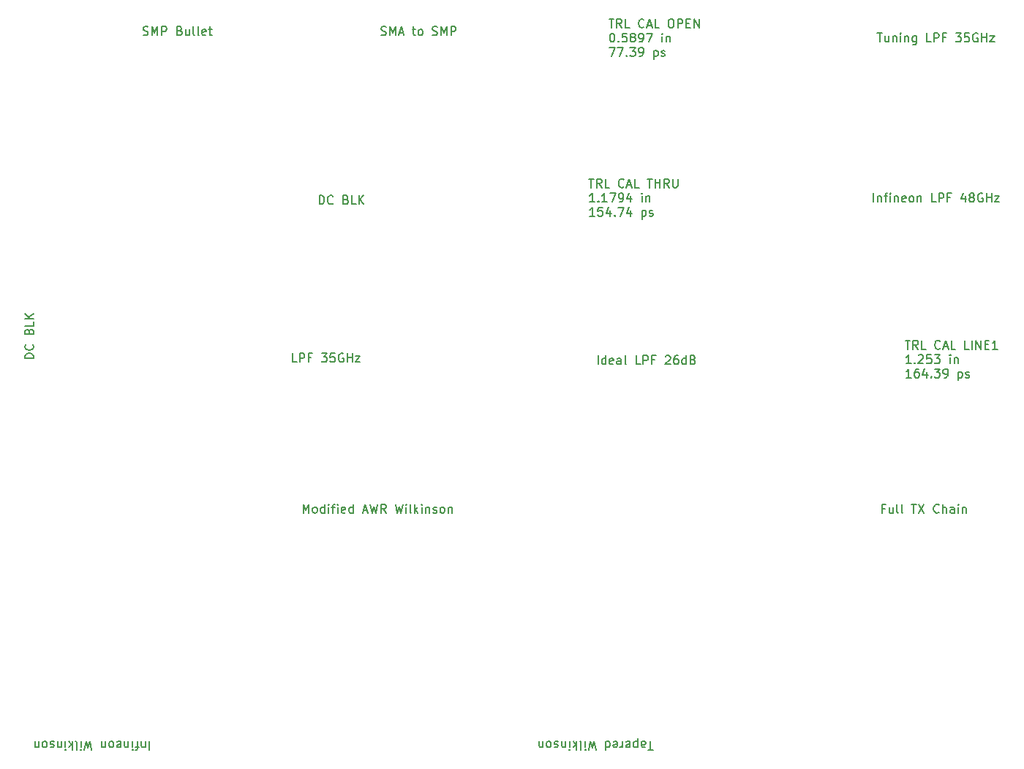
<source format=gto>
G04 #@! TF.GenerationSoftware,KiCad,Pcbnew,(5.1.4)-1*
G04 #@! TF.CreationDate,2019-09-28T13:43:15-06:00*
G04 #@! TF.ProjectId,front_end,66726f6e-745f-4656-9e64-2e6b69636164,A*
G04 #@! TF.SameCoordinates,Original*
G04 #@! TF.FileFunction,Legend,Top*
G04 #@! TF.FilePolarity,Positive*
%FSLAX46Y46*%
G04 Gerber Fmt 4.6, Leading zero omitted, Abs format (unit mm)*
G04 Created by KiCad (PCBNEW (5.1.4)-1) date 2019-09-28 13:43:15*
%MOMM*%
%LPD*%
G04 APERTURE LIST*
%ADD10C,0.150000*%
G04 APERTURE END LIST*
D10*
X234180761Y-122372380D02*
X234180761Y-121372380D01*
X235085523Y-122372380D02*
X235085523Y-121372380D01*
X235085523Y-122324761D02*
X234990285Y-122372380D01*
X234799809Y-122372380D01*
X234704571Y-122324761D01*
X234656952Y-122277142D01*
X234609333Y-122181904D01*
X234609333Y-121896190D01*
X234656952Y-121800952D01*
X234704571Y-121753333D01*
X234799809Y-121705714D01*
X234990285Y-121705714D01*
X235085523Y-121753333D01*
X235942666Y-122324761D02*
X235847428Y-122372380D01*
X235656952Y-122372380D01*
X235561714Y-122324761D01*
X235514095Y-122229523D01*
X235514095Y-121848571D01*
X235561714Y-121753333D01*
X235656952Y-121705714D01*
X235847428Y-121705714D01*
X235942666Y-121753333D01*
X235990285Y-121848571D01*
X235990285Y-121943809D01*
X235514095Y-122039047D01*
X236847428Y-122372380D02*
X236847428Y-121848571D01*
X236799809Y-121753333D01*
X236704571Y-121705714D01*
X236514095Y-121705714D01*
X236418857Y-121753333D01*
X236847428Y-122324761D02*
X236752190Y-122372380D01*
X236514095Y-122372380D01*
X236418857Y-122324761D01*
X236371238Y-122229523D01*
X236371238Y-122134285D01*
X236418857Y-122039047D01*
X236514095Y-121991428D01*
X236752190Y-121991428D01*
X236847428Y-121943809D01*
X237466476Y-122372380D02*
X237371238Y-122324761D01*
X237323619Y-122229523D01*
X237323619Y-121372380D01*
X239085523Y-122372380D02*
X238609333Y-122372380D01*
X238609333Y-121372380D01*
X239418857Y-122372380D02*
X239418857Y-121372380D01*
X239799809Y-121372380D01*
X239895047Y-121420000D01*
X239942666Y-121467619D01*
X239990285Y-121562857D01*
X239990285Y-121705714D01*
X239942666Y-121800952D01*
X239895047Y-121848571D01*
X239799809Y-121896190D01*
X239418857Y-121896190D01*
X240752190Y-121848571D02*
X240418857Y-121848571D01*
X240418857Y-122372380D02*
X240418857Y-121372380D01*
X240895047Y-121372380D01*
X241990285Y-121467619D02*
X242037904Y-121420000D01*
X242133142Y-121372380D01*
X242371238Y-121372380D01*
X242466476Y-121420000D01*
X242514095Y-121467619D01*
X242561714Y-121562857D01*
X242561714Y-121658095D01*
X242514095Y-121800952D01*
X241942666Y-122372380D01*
X242561714Y-122372380D01*
X243418857Y-121372380D02*
X243228380Y-121372380D01*
X243133142Y-121420000D01*
X243085523Y-121467619D01*
X242990285Y-121610476D01*
X242942666Y-121800952D01*
X242942666Y-122181904D01*
X242990285Y-122277142D01*
X243037904Y-122324761D01*
X243133142Y-122372380D01*
X243323619Y-122372380D01*
X243418857Y-122324761D01*
X243466476Y-122277142D01*
X243514095Y-122181904D01*
X243514095Y-121943809D01*
X243466476Y-121848571D01*
X243418857Y-121800952D01*
X243323619Y-121753333D01*
X243133142Y-121753333D01*
X243037904Y-121800952D01*
X242990285Y-121848571D01*
X242942666Y-121943809D01*
X244371238Y-122372380D02*
X244371238Y-121372380D01*
X244371238Y-122324761D02*
X244276000Y-122372380D01*
X244085523Y-122372380D01*
X243990285Y-122324761D01*
X243942666Y-122277142D01*
X243895047Y-122181904D01*
X243895047Y-121896190D01*
X243942666Y-121800952D01*
X243990285Y-121753333D01*
X244085523Y-121705714D01*
X244276000Y-121705714D01*
X244371238Y-121753333D01*
X245180761Y-121848571D02*
X245323619Y-121896190D01*
X245371238Y-121943809D01*
X245418857Y-122039047D01*
X245418857Y-122181904D01*
X245371238Y-122277142D01*
X245323619Y-122324761D01*
X245228380Y-122372380D01*
X244847428Y-122372380D01*
X244847428Y-121372380D01*
X245180761Y-121372380D01*
X245276000Y-121420000D01*
X245323619Y-121467619D01*
X245371238Y-121562857D01*
X245371238Y-121658095D01*
X245323619Y-121753333D01*
X245276000Y-121800952D01*
X245180761Y-121848571D01*
X244847428Y-121848571D01*
X199311047Y-122118380D02*
X198834857Y-122118380D01*
X198834857Y-121118380D01*
X199644380Y-122118380D02*
X199644380Y-121118380D01*
X200025333Y-121118380D01*
X200120571Y-121166000D01*
X200168190Y-121213619D01*
X200215809Y-121308857D01*
X200215809Y-121451714D01*
X200168190Y-121546952D01*
X200120571Y-121594571D01*
X200025333Y-121642190D01*
X199644380Y-121642190D01*
X200977714Y-121594571D02*
X200644380Y-121594571D01*
X200644380Y-122118380D02*
X200644380Y-121118380D01*
X201120571Y-121118380D01*
X202168190Y-121118380D02*
X202787238Y-121118380D01*
X202453904Y-121499333D01*
X202596761Y-121499333D01*
X202692000Y-121546952D01*
X202739619Y-121594571D01*
X202787238Y-121689809D01*
X202787238Y-121927904D01*
X202739619Y-122023142D01*
X202692000Y-122070761D01*
X202596761Y-122118380D01*
X202311047Y-122118380D01*
X202215809Y-122070761D01*
X202168190Y-122023142D01*
X203692000Y-121118380D02*
X203215809Y-121118380D01*
X203168190Y-121594571D01*
X203215809Y-121546952D01*
X203311047Y-121499333D01*
X203549142Y-121499333D01*
X203644380Y-121546952D01*
X203692000Y-121594571D01*
X203739619Y-121689809D01*
X203739619Y-121927904D01*
X203692000Y-122023142D01*
X203644380Y-122070761D01*
X203549142Y-122118380D01*
X203311047Y-122118380D01*
X203215809Y-122070761D01*
X203168190Y-122023142D01*
X204692000Y-121166000D02*
X204596761Y-121118380D01*
X204453904Y-121118380D01*
X204311047Y-121166000D01*
X204215809Y-121261238D01*
X204168190Y-121356476D01*
X204120571Y-121546952D01*
X204120571Y-121689809D01*
X204168190Y-121880285D01*
X204215809Y-121975523D01*
X204311047Y-122070761D01*
X204453904Y-122118380D01*
X204549142Y-122118380D01*
X204692000Y-122070761D01*
X204739619Y-122023142D01*
X204739619Y-121689809D01*
X204549142Y-121689809D01*
X205168190Y-122118380D02*
X205168190Y-121118380D01*
X205168190Y-121594571D02*
X205739619Y-121594571D01*
X205739619Y-122118380D02*
X205739619Y-121118380D01*
X206120571Y-121451714D02*
X206644380Y-121451714D01*
X206120571Y-122118380D01*
X206644380Y-122118380D01*
X266065904Y-103576380D02*
X266065904Y-102576380D01*
X266542095Y-102909714D02*
X266542095Y-103576380D01*
X266542095Y-103004952D02*
X266589714Y-102957333D01*
X266684952Y-102909714D01*
X266827809Y-102909714D01*
X266923047Y-102957333D01*
X266970666Y-103052571D01*
X266970666Y-103576380D01*
X267304000Y-102909714D02*
X267684952Y-102909714D01*
X267446857Y-103576380D02*
X267446857Y-102719238D01*
X267494476Y-102624000D01*
X267589714Y-102576380D01*
X267684952Y-102576380D01*
X268018285Y-103576380D02*
X268018285Y-102909714D01*
X268018285Y-102576380D02*
X267970666Y-102624000D01*
X268018285Y-102671619D01*
X268065904Y-102624000D01*
X268018285Y-102576380D01*
X268018285Y-102671619D01*
X268494476Y-102909714D02*
X268494476Y-103576380D01*
X268494476Y-103004952D02*
X268542095Y-102957333D01*
X268637333Y-102909714D01*
X268780190Y-102909714D01*
X268875428Y-102957333D01*
X268923047Y-103052571D01*
X268923047Y-103576380D01*
X269780190Y-103528761D02*
X269684952Y-103576380D01*
X269494476Y-103576380D01*
X269399238Y-103528761D01*
X269351619Y-103433523D01*
X269351619Y-103052571D01*
X269399238Y-102957333D01*
X269494476Y-102909714D01*
X269684952Y-102909714D01*
X269780190Y-102957333D01*
X269827809Y-103052571D01*
X269827809Y-103147809D01*
X269351619Y-103243047D01*
X270399238Y-103576380D02*
X270304000Y-103528761D01*
X270256380Y-103481142D01*
X270208761Y-103385904D01*
X270208761Y-103100190D01*
X270256380Y-103004952D01*
X270304000Y-102957333D01*
X270399238Y-102909714D01*
X270542095Y-102909714D01*
X270637333Y-102957333D01*
X270684952Y-103004952D01*
X270732571Y-103100190D01*
X270732571Y-103385904D01*
X270684952Y-103481142D01*
X270637333Y-103528761D01*
X270542095Y-103576380D01*
X270399238Y-103576380D01*
X271161142Y-102909714D02*
X271161142Y-103576380D01*
X271161142Y-103004952D02*
X271208761Y-102957333D01*
X271304000Y-102909714D01*
X271446857Y-102909714D01*
X271542095Y-102957333D01*
X271589714Y-103052571D01*
X271589714Y-103576380D01*
X273304000Y-103576380D02*
X272827809Y-103576380D01*
X272827809Y-102576380D01*
X273637333Y-103576380D02*
X273637333Y-102576380D01*
X274018285Y-102576380D01*
X274113523Y-102624000D01*
X274161142Y-102671619D01*
X274208761Y-102766857D01*
X274208761Y-102909714D01*
X274161142Y-103004952D01*
X274113523Y-103052571D01*
X274018285Y-103100190D01*
X273637333Y-103100190D01*
X274970666Y-103052571D02*
X274637333Y-103052571D01*
X274637333Y-103576380D02*
X274637333Y-102576380D01*
X275113523Y-102576380D01*
X276684952Y-102909714D02*
X276684952Y-103576380D01*
X276446857Y-102528761D02*
X276208761Y-103243047D01*
X276827809Y-103243047D01*
X277351619Y-103004952D02*
X277256380Y-102957333D01*
X277208761Y-102909714D01*
X277161142Y-102814476D01*
X277161142Y-102766857D01*
X277208761Y-102671619D01*
X277256380Y-102624000D01*
X277351619Y-102576380D01*
X277542095Y-102576380D01*
X277637333Y-102624000D01*
X277684952Y-102671619D01*
X277732571Y-102766857D01*
X277732571Y-102814476D01*
X277684952Y-102909714D01*
X277637333Y-102957333D01*
X277542095Y-103004952D01*
X277351619Y-103004952D01*
X277256380Y-103052571D01*
X277208761Y-103100190D01*
X277161142Y-103195428D01*
X277161142Y-103385904D01*
X277208761Y-103481142D01*
X277256380Y-103528761D01*
X277351619Y-103576380D01*
X277542095Y-103576380D01*
X277637333Y-103528761D01*
X277684952Y-103481142D01*
X277732571Y-103385904D01*
X277732571Y-103195428D01*
X277684952Y-103100190D01*
X277637333Y-103052571D01*
X277542095Y-103004952D01*
X278684952Y-102624000D02*
X278589714Y-102576380D01*
X278446857Y-102576380D01*
X278304000Y-102624000D01*
X278208761Y-102719238D01*
X278161142Y-102814476D01*
X278113523Y-103004952D01*
X278113523Y-103147809D01*
X278161142Y-103338285D01*
X278208761Y-103433523D01*
X278304000Y-103528761D01*
X278446857Y-103576380D01*
X278542095Y-103576380D01*
X278684952Y-103528761D01*
X278732571Y-103481142D01*
X278732571Y-103147809D01*
X278542095Y-103147809D01*
X279161142Y-103576380D02*
X279161142Y-102576380D01*
X279161142Y-103052571D02*
X279732571Y-103052571D01*
X279732571Y-103576380D02*
X279732571Y-102576380D01*
X280113523Y-102909714D02*
X280637333Y-102909714D01*
X280113523Y-103576380D01*
X280637333Y-103576380D01*
X266494476Y-84034380D02*
X267065904Y-84034380D01*
X266780190Y-85034380D02*
X266780190Y-84034380D01*
X267827809Y-84367714D02*
X267827809Y-85034380D01*
X267399238Y-84367714D02*
X267399238Y-84891523D01*
X267446857Y-84986761D01*
X267542095Y-85034380D01*
X267684952Y-85034380D01*
X267780190Y-84986761D01*
X267827809Y-84939142D01*
X268304000Y-84367714D02*
X268304000Y-85034380D01*
X268304000Y-84462952D02*
X268351619Y-84415333D01*
X268446857Y-84367714D01*
X268589714Y-84367714D01*
X268684952Y-84415333D01*
X268732571Y-84510571D01*
X268732571Y-85034380D01*
X269208761Y-85034380D02*
X269208761Y-84367714D01*
X269208761Y-84034380D02*
X269161142Y-84082000D01*
X269208761Y-84129619D01*
X269256380Y-84082000D01*
X269208761Y-84034380D01*
X269208761Y-84129619D01*
X269684952Y-84367714D02*
X269684952Y-85034380D01*
X269684952Y-84462952D02*
X269732571Y-84415333D01*
X269827809Y-84367714D01*
X269970666Y-84367714D01*
X270065904Y-84415333D01*
X270113523Y-84510571D01*
X270113523Y-85034380D01*
X271018285Y-84367714D02*
X271018285Y-85177238D01*
X270970666Y-85272476D01*
X270923047Y-85320095D01*
X270827809Y-85367714D01*
X270684952Y-85367714D01*
X270589714Y-85320095D01*
X271018285Y-84986761D02*
X270923047Y-85034380D01*
X270732571Y-85034380D01*
X270637333Y-84986761D01*
X270589714Y-84939142D01*
X270542095Y-84843904D01*
X270542095Y-84558190D01*
X270589714Y-84462952D01*
X270637333Y-84415333D01*
X270732571Y-84367714D01*
X270923047Y-84367714D01*
X271018285Y-84415333D01*
X272732571Y-85034380D02*
X272256380Y-85034380D01*
X272256380Y-84034380D01*
X273065904Y-85034380D02*
X273065904Y-84034380D01*
X273446857Y-84034380D01*
X273542095Y-84082000D01*
X273589714Y-84129619D01*
X273637333Y-84224857D01*
X273637333Y-84367714D01*
X273589714Y-84462952D01*
X273542095Y-84510571D01*
X273446857Y-84558190D01*
X273065904Y-84558190D01*
X274399238Y-84510571D02*
X274065904Y-84510571D01*
X274065904Y-85034380D02*
X274065904Y-84034380D01*
X274542095Y-84034380D01*
X275589714Y-84034380D02*
X276208761Y-84034380D01*
X275875428Y-84415333D01*
X276018285Y-84415333D01*
X276113523Y-84462952D01*
X276161142Y-84510571D01*
X276208761Y-84605809D01*
X276208761Y-84843904D01*
X276161142Y-84939142D01*
X276113523Y-84986761D01*
X276018285Y-85034380D01*
X275732571Y-85034380D01*
X275637333Y-84986761D01*
X275589714Y-84939142D01*
X277113523Y-84034380D02*
X276637333Y-84034380D01*
X276589714Y-84510571D01*
X276637333Y-84462952D01*
X276732571Y-84415333D01*
X276970666Y-84415333D01*
X277065904Y-84462952D01*
X277113523Y-84510571D01*
X277161142Y-84605809D01*
X277161142Y-84843904D01*
X277113523Y-84939142D01*
X277065904Y-84986761D01*
X276970666Y-85034380D01*
X276732571Y-85034380D01*
X276637333Y-84986761D01*
X276589714Y-84939142D01*
X278113523Y-84082000D02*
X278018285Y-84034380D01*
X277875428Y-84034380D01*
X277732571Y-84082000D01*
X277637333Y-84177238D01*
X277589714Y-84272476D01*
X277542095Y-84462952D01*
X277542095Y-84605809D01*
X277589714Y-84796285D01*
X277637333Y-84891523D01*
X277732571Y-84986761D01*
X277875428Y-85034380D01*
X277970666Y-85034380D01*
X278113523Y-84986761D01*
X278161142Y-84939142D01*
X278161142Y-84605809D01*
X277970666Y-84605809D01*
X278589714Y-85034380D02*
X278589714Y-84034380D01*
X278589714Y-84510571D02*
X279161142Y-84510571D01*
X279161142Y-85034380D02*
X279161142Y-84034380D01*
X279542095Y-84367714D02*
X280065904Y-84367714D01*
X279542095Y-85034380D01*
X280065904Y-85034380D01*
X168854380Y-121673619D02*
X167854380Y-121673619D01*
X167854380Y-121435523D01*
X167902000Y-121292666D01*
X167997238Y-121197428D01*
X168092476Y-121149809D01*
X168282952Y-121102190D01*
X168425809Y-121102190D01*
X168616285Y-121149809D01*
X168711523Y-121197428D01*
X168806761Y-121292666D01*
X168854380Y-121435523D01*
X168854380Y-121673619D01*
X168759142Y-120102190D02*
X168806761Y-120149809D01*
X168854380Y-120292666D01*
X168854380Y-120387904D01*
X168806761Y-120530761D01*
X168711523Y-120626000D01*
X168616285Y-120673619D01*
X168425809Y-120721238D01*
X168282952Y-120721238D01*
X168092476Y-120673619D01*
X167997238Y-120626000D01*
X167902000Y-120530761D01*
X167854380Y-120387904D01*
X167854380Y-120292666D01*
X167902000Y-120149809D01*
X167949619Y-120102190D01*
X168330571Y-118578380D02*
X168378190Y-118435523D01*
X168425809Y-118387904D01*
X168521047Y-118340285D01*
X168663904Y-118340285D01*
X168759142Y-118387904D01*
X168806761Y-118435523D01*
X168854380Y-118530761D01*
X168854380Y-118911714D01*
X167854380Y-118911714D01*
X167854380Y-118578380D01*
X167902000Y-118483142D01*
X167949619Y-118435523D01*
X168044857Y-118387904D01*
X168140095Y-118387904D01*
X168235333Y-118435523D01*
X168282952Y-118483142D01*
X168330571Y-118578380D01*
X168330571Y-118911714D01*
X168854380Y-117435523D02*
X168854380Y-117911714D01*
X167854380Y-117911714D01*
X168854380Y-117102190D02*
X167854380Y-117102190D01*
X168854380Y-116530761D02*
X168282952Y-116959333D01*
X167854380Y-116530761D02*
X168425809Y-117102190D01*
X201922380Y-103830380D02*
X201922380Y-102830380D01*
X202160476Y-102830380D01*
X202303333Y-102878000D01*
X202398571Y-102973238D01*
X202446190Y-103068476D01*
X202493809Y-103258952D01*
X202493809Y-103401809D01*
X202446190Y-103592285D01*
X202398571Y-103687523D01*
X202303333Y-103782761D01*
X202160476Y-103830380D01*
X201922380Y-103830380D01*
X203493809Y-103735142D02*
X203446190Y-103782761D01*
X203303333Y-103830380D01*
X203208095Y-103830380D01*
X203065238Y-103782761D01*
X202970000Y-103687523D01*
X202922380Y-103592285D01*
X202874761Y-103401809D01*
X202874761Y-103258952D01*
X202922380Y-103068476D01*
X202970000Y-102973238D01*
X203065238Y-102878000D01*
X203208095Y-102830380D01*
X203303333Y-102830380D01*
X203446190Y-102878000D01*
X203493809Y-102925619D01*
X205017619Y-103306571D02*
X205160476Y-103354190D01*
X205208095Y-103401809D01*
X205255714Y-103497047D01*
X205255714Y-103639904D01*
X205208095Y-103735142D01*
X205160476Y-103782761D01*
X205065238Y-103830380D01*
X204684285Y-103830380D01*
X204684285Y-102830380D01*
X205017619Y-102830380D01*
X205112857Y-102878000D01*
X205160476Y-102925619D01*
X205208095Y-103020857D01*
X205208095Y-103116095D01*
X205160476Y-103211333D01*
X205112857Y-103258952D01*
X205017619Y-103306571D01*
X204684285Y-103306571D01*
X206160476Y-103830380D02*
X205684285Y-103830380D01*
X205684285Y-102830380D01*
X206493809Y-103830380D02*
X206493809Y-102830380D01*
X207065238Y-103830380D02*
X206636666Y-103258952D01*
X207065238Y-102830380D02*
X206493809Y-103401809D01*
X267359930Y-139076671D02*
X267026597Y-139076671D01*
X267026597Y-139600480D02*
X267026597Y-138600480D01*
X267502788Y-138600480D01*
X268312311Y-138933814D02*
X268312311Y-139600480D01*
X267883740Y-138933814D02*
X267883740Y-139457623D01*
X267931359Y-139552861D01*
X268026597Y-139600480D01*
X268169454Y-139600480D01*
X268264692Y-139552861D01*
X268312311Y-139505242D01*
X268931359Y-139600480D02*
X268836121Y-139552861D01*
X268788502Y-139457623D01*
X268788502Y-138600480D01*
X269455169Y-139600480D02*
X269359930Y-139552861D01*
X269312311Y-139457623D01*
X269312311Y-138600480D01*
X270455169Y-138600480D02*
X271026597Y-138600480D01*
X270740883Y-139600480D02*
X270740883Y-138600480D01*
X271264692Y-138600480D02*
X271931359Y-139600480D01*
X271931359Y-138600480D02*
X271264692Y-139600480D01*
X273645645Y-139505242D02*
X273598026Y-139552861D01*
X273455169Y-139600480D01*
X273359930Y-139600480D01*
X273217073Y-139552861D01*
X273121835Y-139457623D01*
X273074216Y-139362385D01*
X273026597Y-139171909D01*
X273026597Y-139029052D01*
X273074216Y-138838576D01*
X273121835Y-138743338D01*
X273217073Y-138648100D01*
X273359930Y-138600480D01*
X273455169Y-138600480D01*
X273598026Y-138648100D01*
X273645645Y-138695719D01*
X274074216Y-139600480D02*
X274074216Y-138600480D01*
X274502788Y-139600480D02*
X274502788Y-139076671D01*
X274455169Y-138981433D01*
X274359930Y-138933814D01*
X274217073Y-138933814D01*
X274121835Y-138981433D01*
X274074216Y-139029052D01*
X275407550Y-139600480D02*
X275407550Y-139076671D01*
X275359930Y-138981433D01*
X275264692Y-138933814D01*
X275074216Y-138933814D01*
X274978978Y-138981433D01*
X275407550Y-139552861D02*
X275312311Y-139600480D01*
X275074216Y-139600480D01*
X274978978Y-139552861D01*
X274931359Y-139457623D01*
X274931359Y-139362385D01*
X274978978Y-139267147D01*
X275074216Y-139219528D01*
X275312311Y-139219528D01*
X275407550Y-139171909D01*
X275883740Y-139600480D02*
X275883740Y-138933814D01*
X275883740Y-138600480D02*
X275836121Y-138648100D01*
X275883740Y-138695719D01*
X275931359Y-138648100D01*
X275883740Y-138600480D01*
X275883740Y-138695719D01*
X276359930Y-138933814D02*
X276359930Y-139600480D01*
X276359930Y-139029052D02*
X276407550Y-138981433D01*
X276502788Y-138933814D01*
X276645645Y-138933814D01*
X276740883Y-138981433D01*
X276788502Y-139076671D01*
X276788502Y-139600480D01*
X240552006Y-167059519D02*
X239980578Y-167059519D01*
X240266292Y-166059519D02*
X240266292Y-167059519D01*
X239218673Y-166059519D02*
X239218673Y-166583328D01*
X239266292Y-166678566D01*
X239361530Y-166726185D01*
X239552006Y-166726185D01*
X239647244Y-166678566D01*
X239218673Y-166107138D02*
X239313911Y-166059519D01*
X239552006Y-166059519D01*
X239647244Y-166107138D01*
X239694863Y-166202376D01*
X239694863Y-166297614D01*
X239647244Y-166392852D01*
X239552006Y-166440471D01*
X239313911Y-166440471D01*
X239218673Y-166488090D01*
X238742482Y-166726185D02*
X238742482Y-165726185D01*
X238742482Y-166678566D02*
X238647244Y-166726185D01*
X238456768Y-166726185D01*
X238361530Y-166678566D01*
X238313911Y-166630947D01*
X238266292Y-166535709D01*
X238266292Y-166249995D01*
X238313911Y-166154757D01*
X238361530Y-166107138D01*
X238456768Y-166059519D01*
X238647244Y-166059519D01*
X238742482Y-166107138D01*
X237456768Y-166107138D02*
X237552006Y-166059519D01*
X237742482Y-166059519D01*
X237837720Y-166107138D01*
X237885340Y-166202376D01*
X237885340Y-166583328D01*
X237837720Y-166678566D01*
X237742482Y-166726185D01*
X237552006Y-166726185D01*
X237456768Y-166678566D01*
X237409149Y-166583328D01*
X237409149Y-166488090D01*
X237885340Y-166392852D01*
X236980578Y-166059519D02*
X236980578Y-166726185D01*
X236980578Y-166535709D02*
X236932959Y-166630947D01*
X236885340Y-166678566D01*
X236790101Y-166726185D01*
X236694863Y-166726185D01*
X235980578Y-166107138D02*
X236075816Y-166059519D01*
X236266292Y-166059519D01*
X236361530Y-166107138D01*
X236409149Y-166202376D01*
X236409149Y-166583328D01*
X236361530Y-166678566D01*
X236266292Y-166726185D01*
X236075816Y-166726185D01*
X235980578Y-166678566D01*
X235932959Y-166583328D01*
X235932959Y-166488090D01*
X236409149Y-166392852D01*
X235075816Y-166059519D02*
X235075816Y-167059519D01*
X235075816Y-166107138D02*
X235171054Y-166059519D01*
X235361530Y-166059519D01*
X235456768Y-166107138D01*
X235504387Y-166154757D01*
X235552006Y-166249995D01*
X235552006Y-166535709D01*
X235504387Y-166630947D01*
X235456768Y-166678566D01*
X235361530Y-166726185D01*
X235171054Y-166726185D01*
X235075816Y-166678566D01*
X233932959Y-167059519D02*
X233694863Y-166059519D01*
X233504387Y-166773804D01*
X233313911Y-166059519D01*
X233075816Y-167059519D01*
X232694863Y-166059519D02*
X232694863Y-166726185D01*
X232694863Y-167059519D02*
X232742482Y-167011900D01*
X232694863Y-166964280D01*
X232647244Y-167011900D01*
X232694863Y-167059519D01*
X232694863Y-166964280D01*
X232075816Y-166059519D02*
X232171054Y-166107138D01*
X232218673Y-166202376D01*
X232218673Y-167059519D01*
X231694863Y-166059519D02*
X231694863Y-167059519D01*
X231599625Y-166440471D02*
X231313911Y-166059519D01*
X231313911Y-166726185D02*
X231694863Y-166345233D01*
X230885340Y-166059519D02*
X230885340Y-166726185D01*
X230885340Y-167059519D02*
X230932959Y-167011900D01*
X230885340Y-166964280D01*
X230837720Y-167011900D01*
X230885340Y-167059519D01*
X230885340Y-166964280D01*
X230409149Y-166726185D02*
X230409149Y-166059519D01*
X230409149Y-166630947D02*
X230361530Y-166678566D01*
X230266292Y-166726185D01*
X230123435Y-166726185D01*
X230028197Y-166678566D01*
X229980578Y-166583328D01*
X229980578Y-166059519D01*
X229552006Y-166107138D02*
X229456768Y-166059519D01*
X229266292Y-166059519D01*
X229171054Y-166107138D01*
X229123435Y-166202376D01*
X229123435Y-166249995D01*
X229171054Y-166345233D01*
X229266292Y-166392852D01*
X229409149Y-166392852D01*
X229504387Y-166440471D01*
X229552006Y-166535709D01*
X229552006Y-166583328D01*
X229504387Y-166678566D01*
X229409149Y-166726185D01*
X229266292Y-166726185D01*
X229171054Y-166678566D01*
X228552006Y-166059519D02*
X228647244Y-166107138D01*
X228694863Y-166154757D01*
X228742482Y-166249995D01*
X228742482Y-166535709D01*
X228694863Y-166630947D01*
X228647244Y-166678566D01*
X228552006Y-166726185D01*
X228409149Y-166726185D01*
X228313911Y-166678566D01*
X228266292Y-166630947D01*
X228218673Y-166535709D01*
X228218673Y-166249995D01*
X228266292Y-166154757D01*
X228313911Y-166107138D01*
X228409149Y-166059519D01*
X228552006Y-166059519D01*
X227790101Y-166726185D02*
X227790101Y-166059519D01*
X227790101Y-166630947D02*
X227742482Y-166678566D01*
X227647244Y-166726185D01*
X227504387Y-166726185D01*
X227409149Y-166678566D01*
X227361530Y-166583328D01*
X227361530Y-166059519D01*
X200054644Y-139600480D02*
X200054644Y-138600480D01*
X200387977Y-139314766D01*
X200721311Y-138600480D01*
X200721311Y-139600480D01*
X201340358Y-139600480D02*
X201245120Y-139552861D01*
X201197501Y-139505242D01*
X201149882Y-139410004D01*
X201149882Y-139124290D01*
X201197501Y-139029052D01*
X201245120Y-138981433D01*
X201340358Y-138933814D01*
X201483215Y-138933814D01*
X201578453Y-138981433D01*
X201626072Y-139029052D01*
X201673692Y-139124290D01*
X201673692Y-139410004D01*
X201626072Y-139505242D01*
X201578453Y-139552861D01*
X201483215Y-139600480D01*
X201340358Y-139600480D01*
X202530834Y-139600480D02*
X202530834Y-138600480D01*
X202530834Y-139552861D02*
X202435596Y-139600480D01*
X202245120Y-139600480D01*
X202149882Y-139552861D01*
X202102263Y-139505242D01*
X202054644Y-139410004D01*
X202054644Y-139124290D01*
X202102263Y-139029052D01*
X202149882Y-138981433D01*
X202245120Y-138933814D01*
X202435596Y-138933814D01*
X202530834Y-138981433D01*
X203007025Y-139600480D02*
X203007025Y-138933814D01*
X203007025Y-138600480D02*
X202959406Y-138648100D01*
X203007025Y-138695719D01*
X203054644Y-138648100D01*
X203007025Y-138600480D01*
X203007025Y-138695719D01*
X203340358Y-138933814D02*
X203721311Y-138933814D01*
X203483215Y-139600480D02*
X203483215Y-138743338D01*
X203530834Y-138648100D01*
X203626072Y-138600480D01*
X203721311Y-138600480D01*
X204054644Y-139600480D02*
X204054644Y-138933814D01*
X204054644Y-138600480D02*
X204007025Y-138648100D01*
X204054644Y-138695719D01*
X204102263Y-138648100D01*
X204054644Y-138600480D01*
X204054644Y-138695719D01*
X204911787Y-139552861D02*
X204816549Y-139600480D01*
X204626072Y-139600480D01*
X204530834Y-139552861D01*
X204483215Y-139457623D01*
X204483215Y-139076671D01*
X204530834Y-138981433D01*
X204626072Y-138933814D01*
X204816549Y-138933814D01*
X204911787Y-138981433D01*
X204959406Y-139076671D01*
X204959406Y-139171909D01*
X204483215Y-139267147D01*
X205816549Y-139600480D02*
X205816549Y-138600480D01*
X205816549Y-139552861D02*
X205721311Y-139600480D01*
X205530834Y-139600480D01*
X205435596Y-139552861D01*
X205387977Y-139505242D01*
X205340358Y-139410004D01*
X205340358Y-139124290D01*
X205387977Y-139029052D01*
X205435596Y-138981433D01*
X205530834Y-138933814D01*
X205721311Y-138933814D01*
X205816549Y-138981433D01*
X207007025Y-139314766D02*
X207483215Y-139314766D01*
X206911787Y-139600480D02*
X207245120Y-138600480D01*
X207578453Y-139600480D01*
X207816549Y-138600480D02*
X208054644Y-139600480D01*
X208245120Y-138886195D01*
X208435596Y-139600480D01*
X208673692Y-138600480D01*
X209626072Y-139600480D02*
X209292739Y-139124290D01*
X209054644Y-139600480D02*
X209054644Y-138600480D01*
X209435596Y-138600480D01*
X209530834Y-138648100D01*
X209578453Y-138695719D01*
X209626072Y-138790957D01*
X209626072Y-138933814D01*
X209578453Y-139029052D01*
X209530834Y-139076671D01*
X209435596Y-139124290D01*
X209054644Y-139124290D01*
X210721311Y-138600480D02*
X210959406Y-139600480D01*
X211149882Y-138886195D01*
X211340358Y-139600480D01*
X211578453Y-138600480D01*
X211959406Y-139600480D02*
X211959406Y-138933814D01*
X211959406Y-138600480D02*
X211911787Y-138648100D01*
X211959406Y-138695719D01*
X212007025Y-138648100D01*
X211959406Y-138600480D01*
X211959406Y-138695719D01*
X212578453Y-139600480D02*
X212483215Y-139552861D01*
X212435596Y-139457623D01*
X212435596Y-138600480D01*
X212959406Y-139600480D02*
X212959406Y-138600480D01*
X213054644Y-139219528D02*
X213340358Y-139600480D01*
X213340358Y-138933814D02*
X212959406Y-139314766D01*
X213768930Y-139600480D02*
X213768930Y-138933814D01*
X213768930Y-138600480D02*
X213721311Y-138648100D01*
X213768930Y-138695719D01*
X213816549Y-138648100D01*
X213768930Y-138600480D01*
X213768930Y-138695719D01*
X214245120Y-138933814D02*
X214245120Y-139600480D01*
X214245120Y-139029052D02*
X214292739Y-138981433D01*
X214387977Y-138933814D01*
X214530834Y-138933814D01*
X214626072Y-138981433D01*
X214673692Y-139076671D01*
X214673692Y-139600480D01*
X215102263Y-139552861D02*
X215197501Y-139600480D01*
X215387977Y-139600480D01*
X215483215Y-139552861D01*
X215530834Y-139457623D01*
X215530834Y-139410004D01*
X215483215Y-139314766D01*
X215387977Y-139267147D01*
X215245120Y-139267147D01*
X215149882Y-139219528D01*
X215102263Y-139124290D01*
X215102263Y-139076671D01*
X215149882Y-138981433D01*
X215245120Y-138933814D01*
X215387977Y-138933814D01*
X215483215Y-138981433D01*
X216102263Y-139600480D02*
X216007025Y-139552861D01*
X215959406Y-139505242D01*
X215911787Y-139410004D01*
X215911787Y-139124290D01*
X215959406Y-139029052D01*
X216007025Y-138981433D01*
X216102263Y-138933814D01*
X216245120Y-138933814D01*
X216340358Y-138981433D01*
X216387977Y-139029052D01*
X216435596Y-139124290D01*
X216435596Y-139410004D01*
X216387977Y-139505242D01*
X216340358Y-139552861D01*
X216245120Y-139600480D01*
X216102263Y-139600480D01*
X216864168Y-138933814D02*
X216864168Y-139600480D01*
X216864168Y-139029052D02*
X216911787Y-138981433D01*
X217007025Y-138933814D01*
X217149882Y-138933814D01*
X217245120Y-138981433D01*
X217292739Y-139076671D01*
X217292739Y-139600480D01*
X182241607Y-166059519D02*
X182241607Y-167059519D01*
X181765417Y-166726185D02*
X181765417Y-166059519D01*
X181765417Y-166630947D02*
X181717798Y-166678566D01*
X181622560Y-166726185D01*
X181479702Y-166726185D01*
X181384464Y-166678566D01*
X181336845Y-166583328D01*
X181336845Y-166059519D01*
X181003512Y-166726185D02*
X180622560Y-166726185D01*
X180860655Y-166059519D02*
X180860655Y-166916661D01*
X180813036Y-167011900D01*
X180717798Y-167059519D01*
X180622560Y-167059519D01*
X180289226Y-166059519D02*
X180289226Y-166726185D01*
X180289226Y-167059519D02*
X180336845Y-167011900D01*
X180289226Y-166964280D01*
X180241607Y-167011900D01*
X180289226Y-167059519D01*
X180289226Y-166964280D01*
X179813036Y-166726185D02*
X179813036Y-166059519D01*
X179813036Y-166630947D02*
X179765417Y-166678566D01*
X179670179Y-166726185D01*
X179527321Y-166726185D01*
X179432083Y-166678566D01*
X179384464Y-166583328D01*
X179384464Y-166059519D01*
X178527321Y-166107138D02*
X178622560Y-166059519D01*
X178813036Y-166059519D01*
X178908274Y-166107138D01*
X178955893Y-166202376D01*
X178955893Y-166583328D01*
X178908274Y-166678566D01*
X178813036Y-166726185D01*
X178622560Y-166726185D01*
X178527321Y-166678566D01*
X178479702Y-166583328D01*
X178479702Y-166488090D01*
X178955893Y-166392852D01*
X177908274Y-166059519D02*
X178003512Y-166107138D01*
X178051131Y-166154757D01*
X178098750Y-166249995D01*
X178098750Y-166535709D01*
X178051131Y-166630947D01*
X178003512Y-166678566D01*
X177908274Y-166726185D01*
X177765417Y-166726185D01*
X177670179Y-166678566D01*
X177622560Y-166630947D01*
X177574940Y-166535709D01*
X177574940Y-166249995D01*
X177622560Y-166154757D01*
X177670179Y-166107138D01*
X177765417Y-166059519D01*
X177908274Y-166059519D01*
X177146369Y-166726185D02*
X177146369Y-166059519D01*
X177146369Y-166630947D02*
X177098750Y-166678566D01*
X177003512Y-166726185D01*
X176860655Y-166726185D01*
X176765417Y-166678566D01*
X176717798Y-166583328D01*
X176717798Y-166059519D01*
X175574940Y-167059519D02*
X175336845Y-166059519D01*
X175146369Y-166773804D01*
X174955893Y-166059519D01*
X174717798Y-167059519D01*
X174336845Y-166059519D02*
X174336845Y-166726185D01*
X174336845Y-167059519D02*
X174384464Y-167011900D01*
X174336845Y-166964280D01*
X174289226Y-167011900D01*
X174336845Y-167059519D01*
X174336845Y-166964280D01*
X173717798Y-166059519D02*
X173813036Y-166107138D01*
X173860655Y-166202376D01*
X173860655Y-167059519D01*
X173336845Y-166059519D02*
X173336845Y-167059519D01*
X173241607Y-166440471D02*
X172955893Y-166059519D01*
X172955893Y-166726185D02*
X173336845Y-166345233D01*
X172527321Y-166059519D02*
X172527321Y-166726185D01*
X172527321Y-167059519D02*
X172574940Y-167011900D01*
X172527321Y-166964280D01*
X172479702Y-167011900D01*
X172527321Y-167059519D01*
X172527321Y-166964280D01*
X172051131Y-166726185D02*
X172051131Y-166059519D01*
X172051131Y-166630947D02*
X172003512Y-166678566D01*
X171908274Y-166726185D01*
X171765417Y-166726185D01*
X171670179Y-166678566D01*
X171622560Y-166583328D01*
X171622560Y-166059519D01*
X171193988Y-166107138D02*
X171098750Y-166059519D01*
X170908274Y-166059519D01*
X170813036Y-166107138D01*
X170765417Y-166202376D01*
X170765417Y-166249995D01*
X170813036Y-166345233D01*
X170908274Y-166392852D01*
X171051131Y-166392852D01*
X171146369Y-166440471D01*
X171193988Y-166535709D01*
X171193988Y-166583328D01*
X171146369Y-166678566D01*
X171051131Y-166726185D01*
X170908274Y-166726185D01*
X170813036Y-166678566D01*
X170193988Y-166059519D02*
X170289226Y-166107138D01*
X170336845Y-166154757D01*
X170384464Y-166249995D01*
X170384464Y-166535709D01*
X170336845Y-166630947D01*
X170289226Y-166678566D01*
X170193988Y-166726185D01*
X170051131Y-166726185D01*
X169955893Y-166678566D01*
X169908274Y-166630947D01*
X169860655Y-166535709D01*
X169860655Y-166249995D01*
X169908274Y-166154757D01*
X169955893Y-166107138D01*
X170051131Y-166059519D01*
X170193988Y-166059519D01*
X169432083Y-166726185D02*
X169432083Y-166059519D01*
X169432083Y-166630947D02*
X169384464Y-166678566D01*
X169289226Y-166726185D01*
X169146369Y-166726185D01*
X169051131Y-166678566D01*
X169003512Y-166583328D01*
X169003512Y-166059519D01*
X269744648Y-119620780D02*
X270316076Y-119620780D01*
X270030362Y-120620780D02*
X270030362Y-119620780D01*
X271220838Y-120620780D02*
X270887505Y-120144590D01*
X270649410Y-120620780D02*
X270649410Y-119620780D01*
X271030362Y-119620780D01*
X271125600Y-119668400D01*
X271173219Y-119716019D01*
X271220838Y-119811257D01*
X271220838Y-119954114D01*
X271173219Y-120049352D01*
X271125600Y-120096971D01*
X271030362Y-120144590D01*
X270649410Y-120144590D01*
X272125600Y-120620780D02*
X271649410Y-120620780D01*
X271649410Y-119620780D01*
X273792267Y-120525542D02*
X273744648Y-120573161D01*
X273601790Y-120620780D01*
X273506552Y-120620780D01*
X273363695Y-120573161D01*
X273268457Y-120477923D01*
X273220838Y-120382685D01*
X273173219Y-120192209D01*
X273173219Y-120049352D01*
X273220838Y-119858876D01*
X273268457Y-119763638D01*
X273363695Y-119668400D01*
X273506552Y-119620780D01*
X273601790Y-119620780D01*
X273744648Y-119668400D01*
X273792267Y-119716019D01*
X274173219Y-120335066D02*
X274649410Y-120335066D01*
X274077981Y-120620780D02*
X274411314Y-119620780D01*
X274744648Y-120620780D01*
X275554171Y-120620780D02*
X275077981Y-120620780D01*
X275077981Y-119620780D01*
X277125600Y-120620780D02*
X276649410Y-120620780D01*
X276649410Y-119620780D01*
X277458933Y-120620780D02*
X277458933Y-119620780D01*
X277935124Y-120620780D02*
X277935124Y-119620780D01*
X278506552Y-120620780D01*
X278506552Y-119620780D01*
X278982743Y-120096971D02*
X279316076Y-120096971D01*
X279458933Y-120620780D02*
X278982743Y-120620780D01*
X278982743Y-119620780D01*
X279458933Y-119620780D01*
X280411314Y-120620780D02*
X279839886Y-120620780D01*
X280125600Y-120620780D02*
X280125600Y-119620780D01*
X280030362Y-119763638D01*
X279935124Y-119858876D01*
X279839886Y-119906495D01*
X270411314Y-122270780D02*
X269839886Y-122270780D01*
X270125600Y-122270780D02*
X270125600Y-121270780D01*
X270030362Y-121413638D01*
X269935124Y-121508876D01*
X269839886Y-121556495D01*
X270839886Y-122175542D02*
X270887505Y-122223161D01*
X270839886Y-122270780D01*
X270792267Y-122223161D01*
X270839886Y-122175542D01*
X270839886Y-122270780D01*
X271268457Y-121366019D02*
X271316076Y-121318400D01*
X271411314Y-121270780D01*
X271649410Y-121270780D01*
X271744648Y-121318400D01*
X271792267Y-121366019D01*
X271839886Y-121461257D01*
X271839886Y-121556495D01*
X271792267Y-121699352D01*
X271220838Y-122270780D01*
X271839886Y-122270780D01*
X272744648Y-121270780D02*
X272268457Y-121270780D01*
X272220838Y-121746971D01*
X272268457Y-121699352D01*
X272363695Y-121651733D01*
X272601790Y-121651733D01*
X272697029Y-121699352D01*
X272744648Y-121746971D01*
X272792267Y-121842209D01*
X272792267Y-122080304D01*
X272744648Y-122175542D01*
X272697029Y-122223161D01*
X272601790Y-122270780D01*
X272363695Y-122270780D01*
X272268457Y-122223161D01*
X272220838Y-122175542D01*
X273125600Y-121270780D02*
X273744648Y-121270780D01*
X273411314Y-121651733D01*
X273554171Y-121651733D01*
X273649410Y-121699352D01*
X273697029Y-121746971D01*
X273744648Y-121842209D01*
X273744648Y-122080304D01*
X273697029Y-122175542D01*
X273649410Y-122223161D01*
X273554171Y-122270780D01*
X273268457Y-122270780D01*
X273173219Y-122223161D01*
X273125600Y-122175542D01*
X274935124Y-122270780D02*
X274935124Y-121604114D01*
X274935124Y-121270780D02*
X274887505Y-121318400D01*
X274935124Y-121366019D01*
X274982743Y-121318400D01*
X274935124Y-121270780D01*
X274935124Y-121366019D01*
X275411314Y-121604114D02*
X275411314Y-122270780D01*
X275411314Y-121699352D02*
X275458933Y-121651733D01*
X275554171Y-121604114D01*
X275697029Y-121604114D01*
X275792267Y-121651733D01*
X275839886Y-121746971D01*
X275839886Y-122270780D01*
X270411314Y-123920780D02*
X269839886Y-123920780D01*
X270125600Y-123920780D02*
X270125600Y-122920780D01*
X270030362Y-123063638D01*
X269935124Y-123158876D01*
X269839886Y-123206495D01*
X271268457Y-122920780D02*
X271077981Y-122920780D01*
X270982743Y-122968400D01*
X270935124Y-123016019D01*
X270839886Y-123158876D01*
X270792267Y-123349352D01*
X270792267Y-123730304D01*
X270839886Y-123825542D01*
X270887505Y-123873161D01*
X270982743Y-123920780D01*
X271173219Y-123920780D01*
X271268457Y-123873161D01*
X271316076Y-123825542D01*
X271363695Y-123730304D01*
X271363695Y-123492209D01*
X271316076Y-123396971D01*
X271268457Y-123349352D01*
X271173219Y-123301733D01*
X270982743Y-123301733D01*
X270887505Y-123349352D01*
X270839886Y-123396971D01*
X270792267Y-123492209D01*
X272220838Y-123254114D02*
X272220838Y-123920780D01*
X271982743Y-122873161D02*
X271744648Y-123587447D01*
X272363695Y-123587447D01*
X272744648Y-123825542D02*
X272792267Y-123873161D01*
X272744648Y-123920780D01*
X272697029Y-123873161D01*
X272744648Y-123825542D01*
X272744648Y-123920780D01*
X273125600Y-122920780D02*
X273744648Y-122920780D01*
X273411314Y-123301733D01*
X273554171Y-123301733D01*
X273649410Y-123349352D01*
X273697029Y-123396971D01*
X273744648Y-123492209D01*
X273744648Y-123730304D01*
X273697029Y-123825542D01*
X273649410Y-123873161D01*
X273554171Y-123920780D01*
X273268457Y-123920780D01*
X273173219Y-123873161D01*
X273125600Y-123825542D01*
X274220838Y-123920780D02*
X274411314Y-123920780D01*
X274506552Y-123873161D01*
X274554171Y-123825542D01*
X274649410Y-123682685D01*
X274697029Y-123492209D01*
X274697029Y-123111257D01*
X274649410Y-123016019D01*
X274601790Y-122968400D01*
X274506552Y-122920780D01*
X274316076Y-122920780D01*
X274220838Y-122968400D01*
X274173219Y-123016019D01*
X274125600Y-123111257D01*
X274125600Y-123349352D01*
X274173219Y-123444590D01*
X274220838Y-123492209D01*
X274316076Y-123539828D01*
X274506552Y-123539828D01*
X274601790Y-123492209D01*
X274649410Y-123444590D01*
X274697029Y-123349352D01*
X275887505Y-123254114D02*
X275887505Y-124254114D01*
X275887505Y-123301733D02*
X275982743Y-123254114D01*
X276173219Y-123254114D01*
X276268457Y-123301733D01*
X276316076Y-123349352D01*
X276363695Y-123444590D01*
X276363695Y-123730304D01*
X276316076Y-123825542D01*
X276268457Y-123873161D01*
X276173219Y-123920780D01*
X275982743Y-123920780D01*
X275887505Y-123873161D01*
X276744648Y-123873161D02*
X276839886Y-123920780D01*
X277030362Y-123920780D01*
X277125600Y-123873161D01*
X277173219Y-123777923D01*
X277173219Y-123730304D01*
X277125600Y-123635066D01*
X277030362Y-123587447D01*
X276887505Y-123587447D01*
X276792267Y-123539828D01*
X276744648Y-123444590D01*
X276744648Y-123396971D01*
X276792267Y-123301733D01*
X276887505Y-123254114D01*
X277030362Y-123254114D01*
X277125600Y-123301733D01*
X233119834Y-100912380D02*
X233691262Y-100912380D01*
X233405548Y-101912380D02*
X233405548Y-100912380D01*
X234596024Y-101912380D02*
X234262691Y-101436190D01*
X234024596Y-101912380D02*
X234024596Y-100912380D01*
X234405548Y-100912380D01*
X234500786Y-100960000D01*
X234548405Y-101007619D01*
X234596024Y-101102857D01*
X234596024Y-101245714D01*
X234548405Y-101340952D01*
X234500786Y-101388571D01*
X234405548Y-101436190D01*
X234024596Y-101436190D01*
X235500786Y-101912380D02*
X235024596Y-101912380D01*
X235024596Y-100912380D01*
X237167453Y-101817142D02*
X237119834Y-101864761D01*
X236976976Y-101912380D01*
X236881738Y-101912380D01*
X236738881Y-101864761D01*
X236643643Y-101769523D01*
X236596024Y-101674285D01*
X236548405Y-101483809D01*
X236548405Y-101340952D01*
X236596024Y-101150476D01*
X236643643Y-101055238D01*
X236738881Y-100960000D01*
X236881738Y-100912380D01*
X236976976Y-100912380D01*
X237119834Y-100960000D01*
X237167453Y-101007619D01*
X237548405Y-101626666D02*
X238024596Y-101626666D01*
X237453167Y-101912380D02*
X237786500Y-100912380D01*
X238119834Y-101912380D01*
X238929357Y-101912380D02*
X238453167Y-101912380D01*
X238453167Y-100912380D01*
X239881738Y-100912380D02*
X240453167Y-100912380D01*
X240167453Y-101912380D02*
X240167453Y-100912380D01*
X240786500Y-101912380D02*
X240786500Y-100912380D01*
X240786500Y-101388571D02*
X241357929Y-101388571D01*
X241357929Y-101912380D02*
X241357929Y-100912380D01*
X242405548Y-101912380D02*
X242072215Y-101436190D01*
X241834119Y-101912380D02*
X241834119Y-100912380D01*
X242215072Y-100912380D01*
X242310310Y-100960000D01*
X242357929Y-101007619D01*
X242405548Y-101102857D01*
X242405548Y-101245714D01*
X242357929Y-101340952D01*
X242310310Y-101388571D01*
X242215072Y-101436190D01*
X241834119Y-101436190D01*
X242834119Y-100912380D02*
X242834119Y-101721904D01*
X242881738Y-101817142D01*
X242929357Y-101864761D01*
X243024596Y-101912380D01*
X243215072Y-101912380D01*
X243310310Y-101864761D01*
X243357929Y-101817142D01*
X243405548Y-101721904D01*
X243405548Y-100912380D01*
X233786500Y-103562380D02*
X233215072Y-103562380D01*
X233500786Y-103562380D02*
X233500786Y-102562380D01*
X233405548Y-102705238D01*
X233310310Y-102800476D01*
X233215072Y-102848095D01*
X234215072Y-103467142D02*
X234262691Y-103514761D01*
X234215072Y-103562380D01*
X234167453Y-103514761D01*
X234215072Y-103467142D01*
X234215072Y-103562380D01*
X235215072Y-103562380D02*
X234643643Y-103562380D01*
X234929357Y-103562380D02*
X234929357Y-102562380D01*
X234834119Y-102705238D01*
X234738881Y-102800476D01*
X234643643Y-102848095D01*
X235548405Y-102562380D02*
X236215072Y-102562380D01*
X235786500Y-103562380D01*
X236643643Y-103562380D02*
X236834119Y-103562380D01*
X236929357Y-103514761D01*
X236976976Y-103467142D01*
X237072215Y-103324285D01*
X237119834Y-103133809D01*
X237119834Y-102752857D01*
X237072215Y-102657619D01*
X237024596Y-102610000D01*
X236929357Y-102562380D01*
X236738881Y-102562380D01*
X236643643Y-102610000D01*
X236596024Y-102657619D01*
X236548405Y-102752857D01*
X236548405Y-102990952D01*
X236596024Y-103086190D01*
X236643643Y-103133809D01*
X236738881Y-103181428D01*
X236929357Y-103181428D01*
X237024596Y-103133809D01*
X237072215Y-103086190D01*
X237119834Y-102990952D01*
X237976976Y-102895714D02*
X237976976Y-103562380D01*
X237738881Y-102514761D02*
X237500786Y-103229047D01*
X238119834Y-103229047D01*
X239262691Y-103562380D02*
X239262691Y-102895714D01*
X239262691Y-102562380D02*
X239215072Y-102610000D01*
X239262691Y-102657619D01*
X239310310Y-102610000D01*
X239262691Y-102562380D01*
X239262691Y-102657619D01*
X239738881Y-102895714D02*
X239738881Y-103562380D01*
X239738881Y-102990952D02*
X239786500Y-102943333D01*
X239881738Y-102895714D01*
X240024596Y-102895714D01*
X240119834Y-102943333D01*
X240167453Y-103038571D01*
X240167453Y-103562380D01*
X233786500Y-105212380D02*
X233215072Y-105212380D01*
X233500786Y-105212380D02*
X233500786Y-104212380D01*
X233405548Y-104355238D01*
X233310310Y-104450476D01*
X233215072Y-104498095D01*
X234691262Y-104212380D02*
X234215072Y-104212380D01*
X234167453Y-104688571D01*
X234215072Y-104640952D01*
X234310310Y-104593333D01*
X234548405Y-104593333D01*
X234643643Y-104640952D01*
X234691262Y-104688571D01*
X234738881Y-104783809D01*
X234738881Y-105021904D01*
X234691262Y-105117142D01*
X234643643Y-105164761D01*
X234548405Y-105212380D01*
X234310310Y-105212380D01*
X234215072Y-105164761D01*
X234167453Y-105117142D01*
X235596024Y-104545714D02*
X235596024Y-105212380D01*
X235357929Y-104164761D02*
X235119834Y-104879047D01*
X235738881Y-104879047D01*
X236119834Y-105117142D02*
X236167453Y-105164761D01*
X236119834Y-105212380D01*
X236072215Y-105164761D01*
X236119834Y-105117142D01*
X236119834Y-105212380D01*
X236500786Y-104212380D02*
X237167453Y-104212380D01*
X236738881Y-105212380D01*
X237976976Y-104545714D02*
X237976976Y-105212380D01*
X237738881Y-104164761D02*
X237500786Y-104879047D01*
X238119834Y-104879047D01*
X239262691Y-104545714D02*
X239262691Y-105545714D01*
X239262691Y-104593333D02*
X239357929Y-104545714D01*
X239548405Y-104545714D01*
X239643643Y-104593333D01*
X239691262Y-104640952D01*
X239738881Y-104736190D01*
X239738881Y-105021904D01*
X239691262Y-105117142D01*
X239643643Y-105164761D01*
X239548405Y-105212380D01*
X239357929Y-105212380D01*
X239262691Y-105164761D01*
X240119834Y-105164761D02*
X240215072Y-105212380D01*
X240405548Y-105212380D01*
X240500786Y-105164761D01*
X240548405Y-105069523D01*
X240548405Y-105021904D01*
X240500786Y-104926666D01*
X240405548Y-104879047D01*
X240262691Y-104879047D01*
X240167453Y-104831428D01*
X240119834Y-104736190D01*
X240119834Y-104688571D01*
X240167453Y-104593333D01*
X240262691Y-104545714D01*
X240405548Y-104545714D01*
X240500786Y-104593333D01*
X235446786Y-82402380D02*
X236018214Y-82402380D01*
X235732500Y-83402380D02*
X235732500Y-82402380D01*
X236922976Y-83402380D02*
X236589643Y-82926190D01*
X236351548Y-83402380D02*
X236351548Y-82402380D01*
X236732500Y-82402380D01*
X236827738Y-82450000D01*
X236875357Y-82497619D01*
X236922976Y-82592857D01*
X236922976Y-82735714D01*
X236875357Y-82830952D01*
X236827738Y-82878571D01*
X236732500Y-82926190D01*
X236351548Y-82926190D01*
X237827738Y-83402380D02*
X237351548Y-83402380D01*
X237351548Y-82402380D01*
X239494405Y-83307142D02*
X239446786Y-83354761D01*
X239303928Y-83402380D01*
X239208690Y-83402380D01*
X239065833Y-83354761D01*
X238970595Y-83259523D01*
X238922976Y-83164285D01*
X238875357Y-82973809D01*
X238875357Y-82830952D01*
X238922976Y-82640476D01*
X238970595Y-82545238D01*
X239065833Y-82450000D01*
X239208690Y-82402380D01*
X239303928Y-82402380D01*
X239446786Y-82450000D01*
X239494405Y-82497619D01*
X239875357Y-83116666D02*
X240351548Y-83116666D01*
X239780119Y-83402380D02*
X240113452Y-82402380D01*
X240446786Y-83402380D01*
X241256309Y-83402380D02*
X240780119Y-83402380D01*
X240780119Y-82402380D01*
X242542024Y-82402380D02*
X242732500Y-82402380D01*
X242827738Y-82450000D01*
X242922976Y-82545238D01*
X242970595Y-82735714D01*
X242970595Y-83069047D01*
X242922976Y-83259523D01*
X242827738Y-83354761D01*
X242732500Y-83402380D01*
X242542024Y-83402380D01*
X242446786Y-83354761D01*
X242351548Y-83259523D01*
X242303928Y-83069047D01*
X242303928Y-82735714D01*
X242351548Y-82545238D01*
X242446786Y-82450000D01*
X242542024Y-82402380D01*
X243399167Y-83402380D02*
X243399167Y-82402380D01*
X243780119Y-82402380D01*
X243875357Y-82450000D01*
X243922976Y-82497619D01*
X243970595Y-82592857D01*
X243970595Y-82735714D01*
X243922976Y-82830952D01*
X243875357Y-82878571D01*
X243780119Y-82926190D01*
X243399167Y-82926190D01*
X244399167Y-82878571D02*
X244732500Y-82878571D01*
X244875357Y-83402380D02*
X244399167Y-83402380D01*
X244399167Y-82402380D01*
X244875357Y-82402380D01*
X245303928Y-83402380D02*
X245303928Y-82402380D01*
X245875357Y-83402380D01*
X245875357Y-82402380D01*
X235780119Y-84052380D02*
X235875357Y-84052380D01*
X235970595Y-84100000D01*
X236018214Y-84147619D01*
X236065833Y-84242857D01*
X236113452Y-84433333D01*
X236113452Y-84671428D01*
X236065833Y-84861904D01*
X236018214Y-84957142D01*
X235970595Y-85004761D01*
X235875357Y-85052380D01*
X235780119Y-85052380D01*
X235684881Y-85004761D01*
X235637262Y-84957142D01*
X235589643Y-84861904D01*
X235542024Y-84671428D01*
X235542024Y-84433333D01*
X235589643Y-84242857D01*
X235637262Y-84147619D01*
X235684881Y-84100000D01*
X235780119Y-84052380D01*
X236542024Y-84957142D02*
X236589643Y-85004761D01*
X236542024Y-85052380D01*
X236494405Y-85004761D01*
X236542024Y-84957142D01*
X236542024Y-85052380D01*
X237494405Y-84052380D02*
X237018214Y-84052380D01*
X236970595Y-84528571D01*
X237018214Y-84480952D01*
X237113452Y-84433333D01*
X237351548Y-84433333D01*
X237446786Y-84480952D01*
X237494405Y-84528571D01*
X237542024Y-84623809D01*
X237542024Y-84861904D01*
X237494405Y-84957142D01*
X237446786Y-85004761D01*
X237351548Y-85052380D01*
X237113452Y-85052380D01*
X237018214Y-85004761D01*
X236970595Y-84957142D01*
X238113452Y-84480952D02*
X238018214Y-84433333D01*
X237970595Y-84385714D01*
X237922976Y-84290476D01*
X237922976Y-84242857D01*
X237970595Y-84147619D01*
X238018214Y-84100000D01*
X238113452Y-84052380D01*
X238303928Y-84052380D01*
X238399167Y-84100000D01*
X238446786Y-84147619D01*
X238494405Y-84242857D01*
X238494405Y-84290476D01*
X238446786Y-84385714D01*
X238399167Y-84433333D01*
X238303928Y-84480952D01*
X238113452Y-84480952D01*
X238018214Y-84528571D01*
X237970595Y-84576190D01*
X237922976Y-84671428D01*
X237922976Y-84861904D01*
X237970595Y-84957142D01*
X238018214Y-85004761D01*
X238113452Y-85052380D01*
X238303928Y-85052380D01*
X238399167Y-85004761D01*
X238446786Y-84957142D01*
X238494405Y-84861904D01*
X238494405Y-84671428D01*
X238446786Y-84576190D01*
X238399167Y-84528571D01*
X238303928Y-84480952D01*
X238970595Y-85052380D02*
X239161071Y-85052380D01*
X239256309Y-85004761D01*
X239303928Y-84957142D01*
X239399167Y-84814285D01*
X239446786Y-84623809D01*
X239446786Y-84242857D01*
X239399167Y-84147619D01*
X239351548Y-84100000D01*
X239256309Y-84052380D01*
X239065833Y-84052380D01*
X238970595Y-84100000D01*
X238922976Y-84147619D01*
X238875357Y-84242857D01*
X238875357Y-84480952D01*
X238922976Y-84576190D01*
X238970595Y-84623809D01*
X239065833Y-84671428D01*
X239256309Y-84671428D01*
X239351548Y-84623809D01*
X239399167Y-84576190D01*
X239446786Y-84480952D01*
X239780119Y-84052380D02*
X240446786Y-84052380D01*
X240018214Y-85052380D01*
X241589643Y-85052380D02*
X241589643Y-84385714D01*
X241589643Y-84052380D02*
X241542024Y-84100000D01*
X241589643Y-84147619D01*
X241637262Y-84100000D01*
X241589643Y-84052380D01*
X241589643Y-84147619D01*
X242065833Y-84385714D02*
X242065833Y-85052380D01*
X242065833Y-84480952D02*
X242113452Y-84433333D01*
X242208690Y-84385714D01*
X242351548Y-84385714D01*
X242446786Y-84433333D01*
X242494405Y-84528571D01*
X242494405Y-85052380D01*
X235494405Y-85702380D02*
X236161071Y-85702380D01*
X235732500Y-86702380D01*
X236446786Y-85702380D02*
X237113452Y-85702380D01*
X236684881Y-86702380D01*
X237494405Y-86607142D02*
X237542024Y-86654761D01*
X237494405Y-86702380D01*
X237446786Y-86654761D01*
X237494405Y-86607142D01*
X237494405Y-86702380D01*
X237875357Y-85702380D02*
X238494405Y-85702380D01*
X238161071Y-86083333D01*
X238303928Y-86083333D01*
X238399167Y-86130952D01*
X238446786Y-86178571D01*
X238494405Y-86273809D01*
X238494405Y-86511904D01*
X238446786Y-86607142D01*
X238399167Y-86654761D01*
X238303928Y-86702380D01*
X238018214Y-86702380D01*
X237922976Y-86654761D01*
X237875357Y-86607142D01*
X238970595Y-86702380D02*
X239161071Y-86702380D01*
X239256309Y-86654761D01*
X239303928Y-86607142D01*
X239399167Y-86464285D01*
X239446786Y-86273809D01*
X239446786Y-85892857D01*
X239399167Y-85797619D01*
X239351548Y-85750000D01*
X239256309Y-85702380D01*
X239065833Y-85702380D01*
X238970595Y-85750000D01*
X238922976Y-85797619D01*
X238875357Y-85892857D01*
X238875357Y-86130952D01*
X238922976Y-86226190D01*
X238970595Y-86273809D01*
X239065833Y-86321428D01*
X239256309Y-86321428D01*
X239351548Y-86273809D01*
X239399167Y-86226190D01*
X239446786Y-86130952D01*
X240637262Y-86035714D02*
X240637262Y-87035714D01*
X240637262Y-86083333D02*
X240732500Y-86035714D01*
X240922976Y-86035714D01*
X241018214Y-86083333D01*
X241065833Y-86130952D01*
X241113452Y-86226190D01*
X241113452Y-86511904D01*
X241065833Y-86607142D01*
X241018214Y-86654761D01*
X240922976Y-86702380D01*
X240732500Y-86702380D01*
X240637262Y-86654761D01*
X241494405Y-86654761D02*
X241589643Y-86702380D01*
X241780119Y-86702380D01*
X241875357Y-86654761D01*
X241922976Y-86559523D01*
X241922976Y-86511904D01*
X241875357Y-86416666D01*
X241780119Y-86369047D01*
X241637262Y-86369047D01*
X241542024Y-86321428D01*
X241494405Y-86226190D01*
X241494405Y-86178571D01*
X241542024Y-86083333D01*
X241637262Y-86035714D01*
X241780119Y-86035714D01*
X241875357Y-86083333D01*
X209062218Y-84213009D02*
X209205075Y-84260628D01*
X209443171Y-84260628D01*
X209538409Y-84213009D01*
X209586028Y-84165390D01*
X209633647Y-84070152D01*
X209633647Y-83974914D01*
X209586028Y-83879676D01*
X209538409Y-83832057D01*
X209443171Y-83784438D01*
X209252694Y-83736819D01*
X209157456Y-83689200D01*
X209109837Y-83641581D01*
X209062218Y-83546343D01*
X209062218Y-83451105D01*
X209109837Y-83355867D01*
X209157456Y-83308248D01*
X209252694Y-83260628D01*
X209490790Y-83260628D01*
X209633647Y-83308248D01*
X210062218Y-84260628D02*
X210062218Y-83260628D01*
X210395552Y-83974914D01*
X210728885Y-83260628D01*
X210728885Y-84260628D01*
X211157456Y-83974914D02*
X211633647Y-83974914D01*
X211062218Y-84260628D02*
X211395552Y-83260628D01*
X211728885Y-84260628D01*
X212681266Y-83593962D02*
X213062218Y-83593962D01*
X212824123Y-83260628D02*
X212824123Y-84117771D01*
X212871742Y-84213009D01*
X212966980Y-84260628D01*
X213062218Y-84260628D01*
X213538409Y-84260628D02*
X213443171Y-84213009D01*
X213395552Y-84165390D01*
X213347932Y-84070152D01*
X213347932Y-83784438D01*
X213395552Y-83689200D01*
X213443171Y-83641581D01*
X213538409Y-83593962D01*
X213681266Y-83593962D01*
X213776504Y-83641581D01*
X213824123Y-83689200D01*
X213871742Y-83784438D01*
X213871742Y-84070152D01*
X213824123Y-84165390D01*
X213776504Y-84213009D01*
X213681266Y-84260628D01*
X213538409Y-84260628D01*
X215014599Y-84213009D02*
X215157456Y-84260628D01*
X215395552Y-84260628D01*
X215490790Y-84213009D01*
X215538409Y-84165390D01*
X215586028Y-84070152D01*
X215586028Y-83974914D01*
X215538409Y-83879676D01*
X215490790Y-83832057D01*
X215395552Y-83784438D01*
X215205075Y-83736819D01*
X215109837Y-83689200D01*
X215062218Y-83641581D01*
X215014599Y-83546343D01*
X215014599Y-83451105D01*
X215062218Y-83355867D01*
X215109837Y-83308248D01*
X215205075Y-83260628D01*
X215443171Y-83260628D01*
X215586028Y-83308248D01*
X216014599Y-84260628D02*
X216014599Y-83260628D01*
X216347932Y-83974914D01*
X216681266Y-83260628D01*
X216681266Y-84260628D01*
X217157456Y-84260628D02*
X217157456Y-83260628D01*
X217538409Y-83260628D01*
X217633647Y-83308248D01*
X217681266Y-83355867D01*
X217728885Y-83451105D01*
X217728885Y-83593962D01*
X217681266Y-83689200D01*
X217633647Y-83736819D01*
X217538409Y-83784438D01*
X217157456Y-83784438D01*
X181526980Y-84213009D02*
X181669837Y-84260628D01*
X181907932Y-84260628D01*
X182003171Y-84213009D01*
X182050790Y-84165390D01*
X182098409Y-84070152D01*
X182098409Y-83974914D01*
X182050790Y-83879676D01*
X182003171Y-83832057D01*
X181907932Y-83784438D01*
X181717456Y-83736819D01*
X181622218Y-83689200D01*
X181574599Y-83641581D01*
X181526980Y-83546343D01*
X181526980Y-83451105D01*
X181574599Y-83355867D01*
X181622218Y-83308248D01*
X181717456Y-83260628D01*
X181955552Y-83260628D01*
X182098409Y-83308248D01*
X182526980Y-84260628D02*
X182526980Y-83260628D01*
X182860313Y-83974914D01*
X183193647Y-83260628D01*
X183193647Y-84260628D01*
X183669837Y-84260628D02*
X183669837Y-83260628D01*
X184050790Y-83260628D01*
X184146028Y-83308248D01*
X184193647Y-83355867D01*
X184241266Y-83451105D01*
X184241266Y-83593962D01*
X184193647Y-83689200D01*
X184146028Y-83736819D01*
X184050790Y-83784438D01*
X183669837Y-83784438D01*
X185765075Y-83736819D02*
X185907932Y-83784438D01*
X185955552Y-83832057D01*
X186003171Y-83927295D01*
X186003171Y-84070152D01*
X185955552Y-84165390D01*
X185907932Y-84213009D01*
X185812694Y-84260628D01*
X185431742Y-84260628D01*
X185431742Y-83260628D01*
X185765075Y-83260628D01*
X185860313Y-83308248D01*
X185907932Y-83355867D01*
X185955552Y-83451105D01*
X185955552Y-83546343D01*
X185907932Y-83641581D01*
X185860313Y-83689200D01*
X185765075Y-83736819D01*
X185431742Y-83736819D01*
X186860313Y-83593962D02*
X186860313Y-84260628D01*
X186431742Y-83593962D02*
X186431742Y-84117771D01*
X186479361Y-84213009D01*
X186574599Y-84260628D01*
X186717456Y-84260628D01*
X186812694Y-84213009D01*
X186860313Y-84165390D01*
X187479361Y-84260628D02*
X187384123Y-84213009D01*
X187336504Y-84117771D01*
X187336504Y-83260628D01*
X188003171Y-84260628D02*
X187907932Y-84213009D01*
X187860313Y-84117771D01*
X187860313Y-83260628D01*
X188765075Y-84213009D02*
X188669837Y-84260628D01*
X188479361Y-84260628D01*
X188384123Y-84213009D01*
X188336504Y-84117771D01*
X188336504Y-83736819D01*
X188384123Y-83641581D01*
X188479361Y-83593962D01*
X188669837Y-83593962D01*
X188765075Y-83641581D01*
X188812694Y-83736819D01*
X188812694Y-83832057D01*
X188336504Y-83927295D01*
X189098409Y-83593962D02*
X189479361Y-83593962D01*
X189241266Y-83260628D02*
X189241266Y-84117771D01*
X189288885Y-84213009D01*
X189384123Y-84260628D01*
X189479361Y-84260628D01*
M02*

</source>
